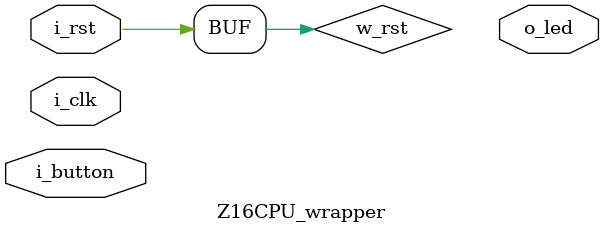
<source format=v>
module Z16CPU_wrapper(
  input  wire i_clk,
  input  wire i_rst,
  input  wire i_button,
  output wire [5:0] o_led
);

  reg r_clk = 1'b0;
  reg [31:0] r_counter = 32'h00000000;
  wire w_rst;
  wire w_button;
  wire [5:0] w_led;

  always @(posedge i_clk) begin
    if(r_counter == 32'd1350000) begin
      r_counter <= 32'h00000000;
      r_clk <= ~r_clk;
    end else begin
      r_counter <= r_counter + 32'h00000001;
      r_clk <= r_clk;
    end
  end

  assign w_rst = i_rst;
  assign w_button = ~i_button;
  assign w_led = ~o_led;

  Z16CPU CPU(
    .i_clk    (r_clk   ),
    .i_rst    (w_rst   ),
    .i_button (w_button),
    .o_led    (w_led   )
  );


endmodule
</source>
